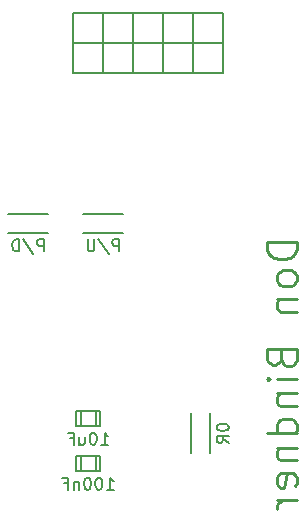
<source format=gbo>
G04 #@! TF.FileFunction,Legend,Bot*
%FSLAX46Y46*%
G04 Gerber Fmt 4.6, Leading zero omitted, Abs format (unit mm)*
G04 Created by KiCad (PCBNEW 0.201506232253+5814~23~ubuntu14.04.1-product) date Mon 29 Jun 2015 10:40:57 AM CDT*
%MOMM*%
G01*
G04 APERTURE LIST*
%ADD10C,0.100000*%
%ADD11C,0.200000*%
%ADD12C,0.254000*%
%ADD13C,0.127000*%
%ADD14C,0.150000*%
G04 APERTURE END LIST*
D10*
D11*
X140970000Y-82550000D02*
X140970000Y-87630000D01*
X143510000Y-82550000D02*
X143510000Y-87630000D01*
X146050000Y-82550000D02*
X146050000Y-87630000D01*
X148590000Y-82550000D02*
X148590000Y-87630000D01*
X138430000Y-85090000D02*
X151130000Y-85090000D01*
X138430000Y-87630000D02*
X138430000Y-82550000D01*
X151130000Y-87630000D02*
X138430000Y-87630000D01*
X151130000Y-82550000D02*
X151130000Y-87630000D01*
X138430000Y-82550000D02*
X151130000Y-82550000D01*
D12*
X157359048Y-101902382D02*
X154819048Y-101902382D01*
X154819048Y-102507144D01*
X154940000Y-102870001D01*
X155181905Y-103111906D01*
X155423810Y-103232858D01*
X155907619Y-103353810D01*
X156270476Y-103353810D01*
X156754286Y-103232858D01*
X156996190Y-103111906D01*
X157238095Y-102870001D01*
X157359048Y-102507144D01*
X157359048Y-101902382D01*
X157359048Y-104805239D02*
X157238095Y-104563334D01*
X157117143Y-104442382D01*
X156875238Y-104321430D01*
X156149524Y-104321430D01*
X155907619Y-104442382D01*
X155786667Y-104563334D01*
X155665714Y-104805239D01*
X155665714Y-105168096D01*
X155786667Y-105410001D01*
X155907619Y-105530953D01*
X156149524Y-105651906D01*
X156875238Y-105651906D01*
X157117143Y-105530953D01*
X157238095Y-105410001D01*
X157359048Y-105168096D01*
X157359048Y-104805239D01*
X155665714Y-106740477D02*
X157359048Y-106740477D01*
X155907619Y-106740477D02*
X155786667Y-106861429D01*
X155665714Y-107103334D01*
X155665714Y-107466191D01*
X155786667Y-107708096D01*
X156028571Y-107829048D01*
X157359048Y-107829048D01*
X156028571Y-111820477D02*
X156149524Y-112183334D01*
X156270476Y-112304286D01*
X156512381Y-112425238D01*
X156875238Y-112425238D01*
X157117143Y-112304286D01*
X157238095Y-112183334D01*
X157359048Y-111941429D01*
X157359048Y-110973810D01*
X154819048Y-110973810D01*
X154819048Y-111820477D01*
X154940000Y-112062381D01*
X155060952Y-112183334D01*
X155302857Y-112304286D01*
X155544762Y-112304286D01*
X155786667Y-112183334D01*
X155907619Y-112062381D01*
X156028571Y-111820477D01*
X156028571Y-110973810D01*
X157359048Y-113513810D02*
X155665714Y-113513810D01*
X154819048Y-113513810D02*
X154940000Y-113392858D01*
X155060952Y-113513810D01*
X154940000Y-113634762D01*
X154819048Y-113513810D01*
X155060952Y-113513810D01*
X155665714Y-114723334D02*
X157359048Y-114723334D01*
X155907619Y-114723334D02*
X155786667Y-114844286D01*
X155665714Y-115086191D01*
X155665714Y-115449048D01*
X155786667Y-115690953D01*
X156028571Y-115811905D01*
X157359048Y-115811905D01*
X157359048Y-118110000D02*
X154819048Y-118110000D01*
X157238095Y-118110000D02*
X157359048Y-117868096D01*
X157359048Y-117384286D01*
X157238095Y-117142381D01*
X157117143Y-117021429D01*
X156875238Y-116900477D01*
X156149524Y-116900477D01*
X155907619Y-117021429D01*
X155786667Y-117142381D01*
X155665714Y-117384286D01*
X155665714Y-117868096D01*
X155786667Y-118110000D01*
X155665714Y-119319524D02*
X157359048Y-119319524D01*
X155907619Y-119319524D02*
X155786667Y-119440476D01*
X155665714Y-119682381D01*
X155665714Y-120045238D01*
X155786667Y-120287143D01*
X156028571Y-120408095D01*
X157359048Y-120408095D01*
X157238095Y-122585238D02*
X157359048Y-122343333D01*
X157359048Y-121859524D01*
X157238095Y-121617619D01*
X156996190Y-121496667D01*
X156028571Y-121496667D01*
X155786667Y-121617619D01*
X155665714Y-121859524D01*
X155665714Y-122343333D01*
X155786667Y-122585238D01*
X156028571Y-122706190D01*
X156270476Y-122706190D01*
X156512381Y-121496667D01*
X157359048Y-123794762D02*
X155665714Y-123794762D01*
X156149524Y-123794762D02*
X155907619Y-123915714D01*
X155786667Y-124036667D01*
X155665714Y-124278571D01*
X155665714Y-124520476D01*
D13*
X140335000Y-117475000D02*
X140335000Y-116205000D01*
X139065000Y-117475000D02*
X139065000Y-116230400D01*
X138684000Y-117475000D02*
X140716000Y-117475000D01*
X140716000Y-117475000D02*
X140716000Y-116205000D01*
X140716000Y-116205000D02*
X138684000Y-116205000D01*
X138684000Y-116205000D02*
X138684000Y-117475000D01*
D14*
X148425000Y-119810000D02*
X148425000Y-116410000D01*
X150025000Y-119810000D02*
X150025000Y-116410000D01*
D13*
X140335000Y-121285000D02*
X140335000Y-120015000D01*
X139065000Y-121285000D02*
X139065000Y-120040400D01*
X138684000Y-121285000D02*
X140716000Y-121285000D01*
X140716000Y-121285000D02*
X140716000Y-120015000D01*
X140716000Y-120015000D02*
X138684000Y-120015000D01*
X138684000Y-120015000D02*
X138684000Y-121285000D01*
D14*
X142670000Y-101130000D02*
X139270000Y-101130000D01*
X142670000Y-99530000D02*
X139270000Y-99530000D01*
X136320000Y-101130000D02*
X132920000Y-101130000D01*
X136320000Y-99530000D02*
X132920000Y-99530000D01*
D13*
X140788571Y-119077619D02*
X141369142Y-119077619D01*
X141078856Y-119077619D02*
X141078856Y-118061619D01*
X141175618Y-118206762D01*
X141272380Y-118303524D01*
X141369142Y-118351905D01*
X140159618Y-118061619D02*
X140062857Y-118061619D01*
X139966095Y-118110000D01*
X139917714Y-118158381D01*
X139869333Y-118255143D01*
X139820952Y-118448667D01*
X139820952Y-118690571D01*
X139869333Y-118884095D01*
X139917714Y-118980857D01*
X139966095Y-119029238D01*
X140062857Y-119077619D01*
X140159618Y-119077619D01*
X140256380Y-119029238D01*
X140304761Y-118980857D01*
X140353142Y-118884095D01*
X140401523Y-118690571D01*
X140401523Y-118448667D01*
X140353142Y-118255143D01*
X140304761Y-118158381D01*
X140256380Y-118110000D01*
X140159618Y-118061619D01*
X138950095Y-118400286D02*
X138950095Y-119077619D01*
X139385523Y-118400286D02*
X139385523Y-118932476D01*
X139337142Y-119029238D01*
X139240380Y-119077619D01*
X139095238Y-119077619D01*
X138998476Y-119029238D01*
X138950095Y-118980857D01*
X138127619Y-118545429D02*
X138466285Y-118545429D01*
X138466285Y-119077619D02*
X138466285Y-118061619D01*
X137982476Y-118061619D01*
X150573619Y-117553620D02*
X150573619Y-117650381D01*
X150622000Y-117747143D01*
X150670381Y-117795524D01*
X150767143Y-117843905D01*
X150960667Y-117892286D01*
X151202571Y-117892286D01*
X151396095Y-117843905D01*
X151492857Y-117795524D01*
X151541238Y-117747143D01*
X151589619Y-117650381D01*
X151589619Y-117553620D01*
X151541238Y-117456858D01*
X151492857Y-117408477D01*
X151396095Y-117360096D01*
X151202571Y-117311715D01*
X150960667Y-117311715D01*
X150767143Y-117360096D01*
X150670381Y-117408477D01*
X150622000Y-117456858D01*
X150573619Y-117553620D01*
X151589619Y-118908286D02*
X151105810Y-118569620D01*
X151589619Y-118327715D02*
X150573619Y-118327715D01*
X150573619Y-118714762D01*
X150622000Y-118811524D01*
X150670381Y-118859905D01*
X150767143Y-118908286D01*
X150912286Y-118908286D01*
X151009048Y-118859905D01*
X151057429Y-118811524D01*
X151105810Y-118714762D01*
X151105810Y-118327715D01*
X141272381Y-122887619D02*
X141852952Y-122887619D01*
X141562666Y-122887619D02*
X141562666Y-121871619D01*
X141659428Y-122016762D01*
X141756190Y-122113524D01*
X141852952Y-122161905D01*
X140643428Y-121871619D02*
X140546667Y-121871619D01*
X140449905Y-121920000D01*
X140401524Y-121968381D01*
X140353143Y-122065143D01*
X140304762Y-122258667D01*
X140304762Y-122500571D01*
X140353143Y-122694095D01*
X140401524Y-122790857D01*
X140449905Y-122839238D01*
X140546667Y-122887619D01*
X140643428Y-122887619D01*
X140740190Y-122839238D01*
X140788571Y-122790857D01*
X140836952Y-122694095D01*
X140885333Y-122500571D01*
X140885333Y-122258667D01*
X140836952Y-122065143D01*
X140788571Y-121968381D01*
X140740190Y-121920000D01*
X140643428Y-121871619D01*
X139675809Y-121871619D02*
X139579048Y-121871619D01*
X139482286Y-121920000D01*
X139433905Y-121968381D01*
X139385524Y-122065143D01*
X139337143Y-122258667D01*
X139337143Y-122500571D01*
X139385524Y-122694095D01*
X139433905Y-122790857D01*
X139482286Y-122839238D01*
X139579048Y-122887619D01*
X139675809Y-122887619D01*
X139772571Y-122839238D01*
X139820952Y-122790857D01*
X139869333Y-122694095D01*
X139917714Y-122500571D01*
X139917714Y-122258667D01*
X139869333Y-122065143D01*
X139820952Y-121968381D01*
X139772571Y-121920000D01*
X139675809Y-121871619D01*
X138901714Y-122210286D02*
X138901714Y-122887619D01*
X138901714Y-122307048D02*
X138853333Y-122258667D01*
X138756571Y-122210286D01*
X138611429Y-122210286D01*
X138514667Y-122258667D01*
X138466286Y-122355429D01*
X138466286Y-122887619D01*
X137643810Y-122355429D02*
X137982476Y-122355429D01*
X137982476Y-122887619D02*
X137982476Y-121871619D01*
X137498667Y-121871619D01*
X142300476Y-102694619D02*
X142300476Y-101678619D01*
X141913429Y-101678619D01*
X141816667Y-101727000D01*
X141768286Y-101775381D01*
X141719905Y-101872143D01*
X141719905Y-102017286D01*
X141768286Y-102114048D01*
X141816667Y-102162429D01*
X141913429Y-102210810D01*
X142300476Y-102210810D01*
X140558762Y-101630238D02*
X141429619Y-102936524D01*
X140220095Y-101678619D02*
X140220095Y-102501095D01*
X140171714Y-102597857D01*
X140123333Y-102646238D01*
X140026571Y-102694619D01*
X139833048Y-102694619D01*
X139736286Y-102646238D01*
X139687905Y-102597857D01*
X139639524Y-102501095D01*
X139639524Y-101678619D01*
X135926285Y-102694619D02*
X135926285Y-101678619D01*
X135539238Y-101678619D01*
X135442476Y-101727000D01*
X135394095Y-101775381D01*
X135345714Y-101872143D01*
X135345714Y-102017286D01*
X135394095Y-102114048D01*
X135442476Y-102162429D01*
X135539238Y-102210810D01*
X135926285Y-102210810D01*
X134184571Y-101630238D02*
X135055428Y-102936524D01*
X133845904Y-102694619D02*
X133845904Y-101678619D01*
X133603999Y-101678619D01*
X133458857Y-101727000D01*
X133362095Y-101823762D01*
X133313714Y-101920524D01*
X133265333Y-102114048D01*
X133265333Y-102259190D01*
X133313714Y-102452714D01*
X133362095Y-102549476D01*
X133458857Y-102646238D01*
X133603999Y-102694619D01*
X133845904Y-102694619D01*
M02*

</source>
